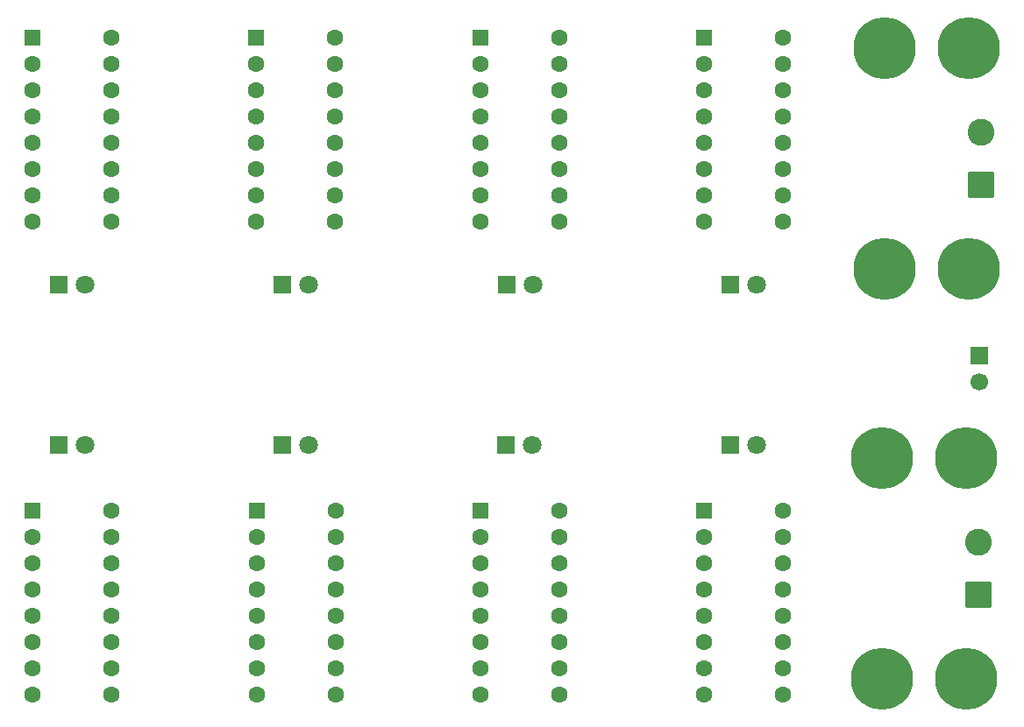
<source format=gbr>
%TF.GenerationSoftware,KiCad,Pcbnew,9.0.5*%
%TF.CreationDate,2025-10-28T22:46:26-07:00*%
%TF.ProjectId,LED_resistance,4c45445f-7265-4736-9973-74616e63652e,rev?*%
%TF.SameCoordinates,Original*%
%TF.FileFunction,Soldermask,Bot*%
%TF.FilePolarity,Negative*%
%FSLAX46Y46*%
G04 Gerber Fmt 4.6, Leading zero omitted, Abs format (unit mm)*
G04 Created by KiCad (PCBNEW 9.0.5) date 2025-10-28 22:46:26*
%MOMM*%
%LPD*%
G01*
G04 APERTURE LIST*
G04 Aperture macros list*
%AMRoundRect*
0 Rectangle with rounded corners*
0 $1 Rounding radius*
0 $2 $3 $4 $5 $6 $7 $8 $9 X,Y pos of 4 corners*
0 Add a 4 corners polygon primitive as box body*
4,1,4,$2,$3,$4,$5,$6,$7,$8,$9,$2,$3,0*
0 Add four circle primitives for the rounded corners*
1,1,$1+$1,$2,$3*
1,1,$1+$1,$4,$5*
1,1,$1+$1,$6,$7*
1,1,$1+$1,$8,$9*
0 Add four rect primitives between the rounded corners*
20,1,$1+$1,$2,$3,$4,$5,0*
20,1,$1+$1,$4,$5,$6,$7,0*
20,1,$1+$1,$6,$7,$8,$9,0*
20,1,$1+$1,$8,$9,$2,$3,0*%
G04 Aperture macros list end*
%ADD10RoundRect,0.250000X-0.550000X-0.550000X0.550000X-0.550000X0.550000X0.550000X-0.550000X0.550000X0*%
%ADD11C,1.600000*%
%ADD12C,1.800000*%
%ADD13R,1.800000X1.800000*%
%ADD14C,1.700000*%
%ADD15R,1.700000X1.700000*%
%ADD16C,6.000000*%
%ADD17C,2.600000*%
%ADD18RoundRect,0.250000X1.050000X-1.050000X1.050000X1.050000X-1.050000X1.050000X-1.050000X-1.050000X0*%
G04 APERTURE END LIST*
D10*
%TO.C,SW8*%
X153944333Y-62245250D03*
D11*
X153944333Y-64785250D03*
X153944333Y-67325250D03*
X153944333Y-69865250D03*
X153944333Y-72405250D03*
X153944333Y-74945250D03*
X153944333Y-77485250D03*
X153944333Y-80025250D03*
X161564333Y-80025250D03*
X161564333Y-77485250D03*
X161564333Y-74945250D03*
X161564333Y-72405250D03*
X161564333Y-69865250D03*
X161564333Y-67325250D03*
X161564333Y-64785250D03*
X161564333Y-62245250D03*
%TD*%
D10*
%TO.C,SW6*%
X110744000Y-62245250D03*
D11*
X110744000Y-64785250D03*
X110744000Y-67325250D03*
X110744000Y-69865250D03*
X110744000Y-72405250D03*
X110744000Y-74945250D03*
X110744000Y-77485250D03*
X110744000Y-80025250D03*
X118364000Y-80025250D03*
X118364000Y-77485250D03*
X118364000Y-74945250D03*
X118364000Y-72405250D03*
X118364000Y-69865250D03*
X118364000Y-67325250D03*
X118364000Y-64785250D03*
X118364000Y-62245250D03*
%TD*%
D10*
%TO.C,SW7*%
X132344167Y-62245250D03*
D11*
X132344167Y-64785250D03*
X132344167Y-67325250D03*
X132344167Y-69865250D03*
X132344167Y-72405250D03*
X132344167Y-74945250D03*
X132344167Y-77485250D03*
X132344167Y-80025250D03*
X139964167Y-80025250D03*
X139964167Y-77485250D03*
X139964167Y-74945250D03*
X139964167Y-72405250D03*
X139964167Y-69865250D03*
X139964167Y-67325250D03*
X139964167Y-64785250D03*
X139964167Y-62245250D03*
%TD*%
D10*
%TO.C,SW5*%
X175544500Y-62245250D03*
D11*
X175544500Y-64785250D03*
X175544500Y-67325250D03*
X175544500Y-69865250D03*
X175544500Y-72405250D03*
X175544500Y-74945250D03*
X175544500Y-77485250D03*
X175544500Y-80025250D03*
X183164500Y-80025250D03*
X183164500Y-77485250D03*
X183164500Y-74945250D03*
X183164500Y-72405250D03*
X183164500Y-69865250D03*
X183164500Y-67325250D03*
X183164500Y-64785250D03*
X183164500Y-62245250D03*
%TD*%
D10*
%TO.C,SW3*%
X153969333Y-107957500D03*
D11*
X153969333Y-110497500D03*
X153969333Y-113037500D03*
X153969333Y-115577500D03*
X153969333Y-118117500D03*
X153969333Y-120657500D03*
X153969333Y-123197500D03*
X153969333Y-125737500D03*
X161589333Y-125737500D03*
X161589333Y-123197500D03*
X161589333Y-120657500D03*
X161589333Y-118117500D03*
X161589333Y-115577500D03*
X161589333Y-113037500D03*
X161589333Y-110497500D03*
X161589333Y-107957500D03*
%TD*%
D10*
%TO.C,SW4*%
X175582000Y-107964000D03*
D11*
X175582000Y-110504000D03*
X175582000Y-113044000D03*
X175582000Y-115584000D03*
X175582000Y-118124000D03*
X175582000Y-120664000D03*
X175582000Y-123204000D03*
X175582000Y-125744000D03*
X183202000Y-125744000D03*
X183202000Y-123204000D03*
X183202000Y-120664000D03*
X183202000Y-118124000D03*
X183202000Y-115584000D03*
X183202000Y-113044000D03*
X183202000Y-110504000D03*
X183202000Y-107964000D03*
%TD*%
D10*
%TO.C,SW2*%
X132356667Y-107957500D03*
D11*
X132356667Y-110497500D03*
X132356667Y-113037500D03*
X132356667Y-115577500D03*
X132356667Y-118117500D03*
X132356667Y-120657500D03*
X132356667Y-123197500D03*
X132356667Y-125737500D03*
X139976667Y-125737500D03*
X139976667Y-123197500D03*
X139976667Y-120657500D03*
X139976667Y-118117500D03*
X139976667Y-115577500D03*
X139976667Y-113037500D03*
X139976667Y-110497500D03*
X139976667Y-107957500D03*
%TD*%
D10*
%TO.C,SW1*%
X110744000Y-107957500D03*
D11*
X110744000Y-110497500D03*
X110744000Y-113037500D03*
X110744000Y-115577500D03*
X110744000Y-118117500D03*
X110744000Y-120657500D03*
X110744000Y-123197500D03*
X110744000Y-125737500D03*
X118364000Y-125737500D03*
X118364000Y-123197500D03*
X118364000Y-120657500D03*
X118364000Y-118117500D03*
X118364000Y-115577500D03*
X118364000Y-113037500D03*
X118364000Y-110497500D03*
X118364000Y-107957500D03*
%TD*%
D12*
%TO.C,D16*%
X115824000Y-86106000D03*
D13*
X113284000Y-86106000D03*
%TD*%
D12*
%TO.C,D19*%
X137424167Y-86106000D03*
D13*
X134884167Y-86106000D03*
%TD*%
D12*
%TO.C,D22*%
X159024333Y-86106000D03*
D13*
X156484333Y-86106000D03*
%TD*%
D12*
%TO.C,D13*%
X180624500Y-86106000D03*
D13*
X178084500Y-86106000D03*
%TD*%
D14*
%TO.C,JP66*%
X202184000Y-95504000D03*
D15*
X202184000Y-92964000D03*
%TD*%
D16*
%TO.C,TP9*%
X193040000Y-63246000D03*
%TD*%
%TO.C,TP10*%
X193040000Y-84582000D03*
%TD*%
%TO.C,TP11*%
X201168000Y-63246000D03*
%TD*%
%TO.C,TP12*%
X201168000Y-84582000D03*
%TD*%
D17*
%TO.C,J2*%
X202356500Y-71379000D03*
D18*
X202356500Y-76459000D03*
%TD*%
D12*
%TO.C,D7*%
X159001833Y-101600000D03*
D13*
X156461833Y-101600000D03*
%TD*%
D12*
%TO.C,D10*%
X180614500Y-101606500D03*
D13*
X178074500Y-101606500D03*
%TD*%
D16*
%TO.C,TP4*%
X200914000Y-124206000D03*
%TD*%
%TO.C,TP3*%
X200914000Y-102870000D03*
%TD*%
%TO.C,TP1*%
X192786000Y-102870000D03*
%TD*%
%TO.C,TP2*%
X192786000Y-124206000D03*
%TD*%
D18*
%TO.C,J1*%
X202102500Y-116083000D03*
D17*
X202102500Y-111003000D03*
%TD*%
D12*
%TO.C,D4*%
X137389167Y-101600000D03*
D13*
X134849167Y-101600000D03*
%TD*%
D12*
%TO.C,D1*%
X115776500Y-101600000D03*
D13*
X113236500Y-101600000D03*
%TD*%
M02*

</source>
